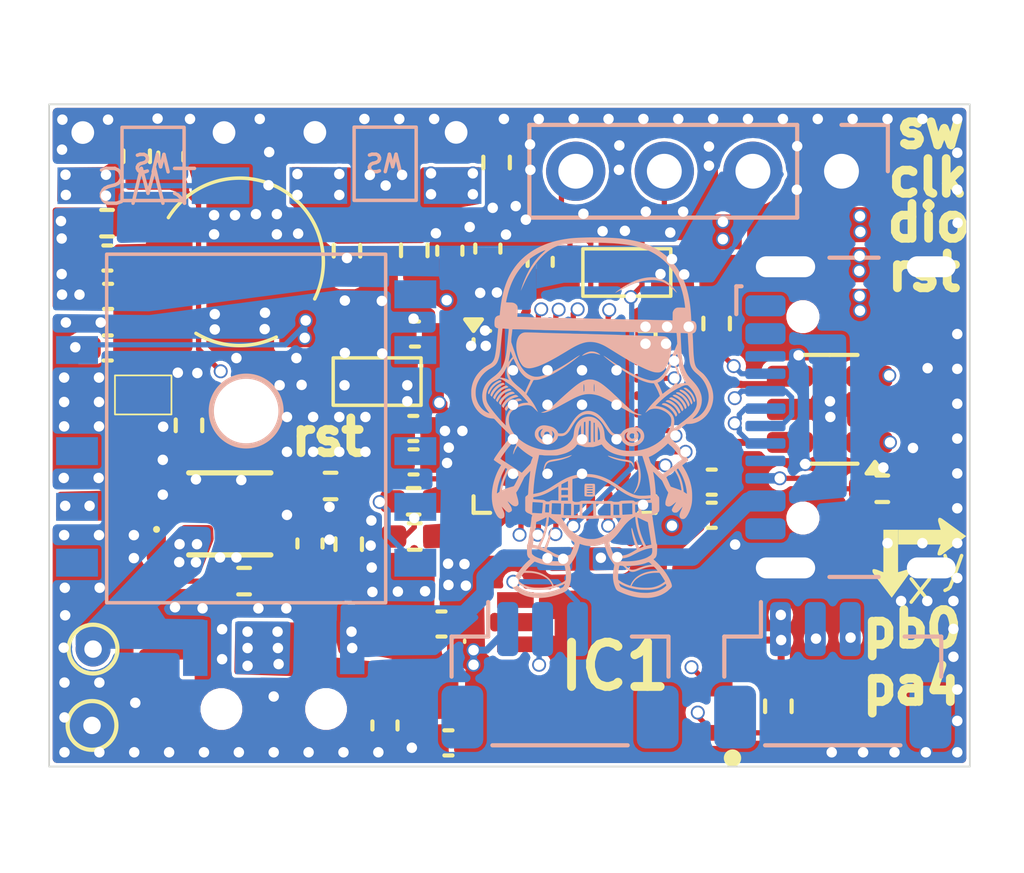
<source format=kicad_pcb>
(kicad_pcb (version 20240108) (generator "pcbnew") (generator_version "8.0")
  (layers (0 "F.Cu" signal) (1 "In1.Cu" signal) (2 "In2.Cu" signal) (31 "B.Cu" signal) (34 "B.Paste" user) (35 "F.Paste" user) (36 "B.SilkS" user "B.Silkscreen") (37 "F.SilkS" user "F.Silkscreen") (38 "B.Mask" user) (39 "F.Mask" user) (44 "Edge.Cuts" user))
  (net 0 "")
  (net 1 "Net-(C1-Pad2)")
  (net 2 "+3.3V")
  (net 3 "Net-(U1-NRST)")
  (net 4 "GNDGPS")
  (net 5 "Net-(BT1-+)")
  (net 6 "Net-(D1-K)")
  (net 7 "Net-(D1-A)")
  (net 8 "COMPASSCL")
  (net 9 "COMPASSDA")
  (net 10 "Net-(J1-CC2)")
  (net 11 "Net-(J1-CC1)")
  (net 12 "OLED_SCL")
  (net 13 "OLED_SDA")
  (net 16 "Net-(PA1010D1-TX)")
  (net 19 "Net-(PA1010D1-RX)")
  (net 21 "ALIMGPS")
  (net 22 "Net-(U2-PROG)")
  (net 23 "GPSRX")
  (net 24 "GPSTX")
  (net 25 "B2")
  (net 26 "B1")
  (net 27 "vusb")
  (net 28 "SWDIO")
  (net 29 "SWO")
  (net 30 "SWCLK")
  (net 31 "D+")
  (net 32 "OSC32_OUT")
  (net 33 "D-")
  (net 35 "SPI_CS")
  (net 36 "SPI_MISO")
  (net 37 "USART_RX")
  (net 38 "OSC32_IN")
  (net 40 "Net-(SW6-B)")
  (net 41 "GND")
  (net 42 "BAT+")
  (net 43 "SPI_SCK")
  (net 47 "Net-(R10-Pad1)")
  (net 48 "Net-(R11-Pad1)")
  (net 49 "Net-(J1-D--PadA7)")
  (net 50 "Net-(J1-D+-PadA6)")
  (net 51 "Net-(U1-PH3)")
  (net 52 "SPI_MOSi")
  (net 53 "USART_TX")
  (footprint "LDLN025PU33R:LDLN025PU33R" (layer "F.Cu") (at 192.075 80.535 -90)
    (property "Reference" "U3" (hide yes))
    (property "Value" "LDLN022PU33R" (hide yes))
  )
  (footprint "Capacitor_SMD:C_0402_1005Metric_Pad0.74x0.62mm_HandSolder" (layer "F.Cu") (at 190.98 82.87 -90)
    (property "Reference" "C14" (hide yes))
    (property "Value" "1u" (hide yes))
  )
  (footprint "Resistor_SMD:R_0402_1005Metric_Pad0.72x0.64mm_HandSolder" (layer "F.Cu") (at 189.42 76 180)
    (property "Reference" "R1" (hide yes))
    (property "Value" "20k" (hide yes))
  )
  (footprint "Package_DFN_QFN:QFN-32-1EP_5x5mm_P0.5mm_EP3.45x3.45mm" (layer "F.Cu") (at 196.13 74.16)
    (property "Reference" "U1" (hide yes))
    (property "Value" "STM32L432KCUx" (hide yes))
  )
  (footprint "TestPoint:TestPoint_THTPad_D1.0mm_Drill0.5mm" (layer "F.Cu") (at 182.61 80.68)
    (property "Reference" "TP5" (hide yes))
    (property "Value" "bat+" (hide yes))
  )
  (footprint "Capacitor_SMD:C_0402_1005Metric_Pad0.74x0.62mm_HandSolder" (layer "F.Cu") (at 200.35 75.89 180)
    (property "Reference" "C3" (hide yes))
    (property "Value" "100n" (hide yes))
  )
  (footprint "Capacitor_SMD:C_0402_1005Metric_Pad0.74x0.62mm_HandSolder" (layer "F.Cu") (at 192.8 83.37 180)
    (property "Reference" "C13" (hide yes))
    (property "Value" "100n" (hide yes))
  )
  (footprint "Resistor_SMD:R_0402_1005Metric_Pad0.72x0.64mm_HandSolder" (layer "F.Cu") (at 205.24 76.08)
    (property "Reference" "R4" (hide yes))
    (property "Value" "5.1k" (hide yes))
  )
  (footprint "Resistor_SMD:R_0402_1005Metric_Pad0.72x0.64mm_HandSolder" (layer "F.Cu") (at 194.18 66.72 90)
    (property "Reference" "R15" (hide yes))
    (property "Value" "10k" (hide yes))
  )
  (footprint "Resistor_SMD:R_0402_1005Metric_Pad0.72x0.64mm_HandSolder" (layer "F.Cu") (at 191.8325 77.45 180)
    (property "Reference" "R7" (hide yes))
    (property "Value" "470R" (hide yes))
  )
  (footprint "Capacitor_SMD:C_0402_1005Metric_Pad0.74x0.62mm_HandSolder" (layer "F.Cu") (at 192.6 79.96 180)
    (property "Reference" "C15" (hide yes))
    (property "Value" "1u" (hide yes))
  )
  (footprint "Package_TO_SOT_SMD:SOT-23-6" (layer "F.Cu") (at 203.73 73.8 180)
    (property "Reference" "U4" (hide yes))
    (property "Value" "USBLC6-2SC6" (hide yes))
  )
  (footprint "Resistor_SMD:R_0402_1005Metric_Pad0.72x0.64mm_HandSolder" (layer "F.Cu") (at 202.26 82.32 90)
    (property "Reference" "R8" (hide yes))
    (property "Value" "10k" (hide yes))
  )
  (footprint "LED_SMD:LED_0201_0603Metric_Pad0.64x0.40mm_HandSolder" (layer "F.Cu") (at 184.43 78.28 -90)
    (property "Reference" "D1" (hide yes))
    (property "Value" "~" (hide yes))
  )
  (footprint "Capacitor_SMD:C_0402_1005Metric_Pad0.74x0.62mm_HandSolder" (layer "F.Cu") (at 188.83 77.65 90)
    (property "Reference" "C1" (hide yes))
    (property "Value" "1u" (hide yes))
  )
  (footprint "Resistor_SMD:R_0402_1005Metric_Pad0.72x0.64mm_HandSolder" (layer "F.Cu") (at 191.8025 76.44)
    (property "Reference" "R6" (hide yes))
    (property "Value" "470R" (hide yes))
  )
  (footprint "Capacitor_SMD:C_0402_1005Metric_Pad0.74x0.62mm_HandSolder" (layer "F.Cu") (at 192.84 69.25 90)
    (property "Reference" "C16" (hide yes))
    (property "Value" "10n" (hide yes))
  )
  (footprint "KXT3:SW_KXT3" (layer "F.Cu") (at 196.015 70.605)
    (property "Reference" "SW7" (hide yes))
    (property "Value" "boot")
  )
  (footprint "Capacitor_SMD:C_0402_1005Metric_Pad0.74x0.62mm_HandSolder" (layer "F.Cu") (at 183.04 70.56)
    (property "Reference" "C9" (hide yes))
    (property "Value" "0.1u" (hide yes))
  )
  (footprint "Capacitor_SMD:C_0402_1005Metric_Pad0.74x0.62mm_HandSolder" (layer "F.Cu") (at 183.03 72.04)
    (property "Reference" "C10" (hide yes))
    (property "Value" "1u" (hide yes))
  )
  (footprint "Resistor_SMD:R_0402_1005Metric_Pad0.72x0.64mm_HandSolder" (layer "F.Cu") (at 200.49 71.34 90)
    (property "Reference" "R5" (hide yes))
    (property "Value" "5.1k" (hide yes))
  )
  (footprint "logo:fleche" (layer "F.Cu") (at 206.67 77.45)
    (property "Reference" "G***" (hide yes))
    (property "Value" "LOGO" (hide yes))
  )
  (footprint "LTC4065:DFN-6_DC_LIT" (layer "F.Cu") (at 186.53 76.8)
    (property "Reference" "U2" (hide yes))
    (property "Value" "LTC4065AEDC" (hide yes))
  )
  (footprint "Resistor_SMD:R_0402_1005Metric_Pad0.72x0.64mm_HandSolder" (layer "F.Cu") (at 183.01 68.46)
    (property "Reference" "R13" (hide yes))
    (property "Value" "10k" (hide yes))
  )
  (footprint "Resistor_SMD:R_0402_1005Metric_Pad0.72x0.64mm_HandSolder" (layer "F.Cu") (at 183.86 66.54 -90)
    (property "Reference" "R10" (hide yes))
    (property "Value" "10k" (hide yes))
  )
  (footprint "Resistor_SMD:R_0402_1005Metric_Pad0.72x0.64mm_HandSolder" (layer "F.Cu") (at 189.94 77.67 -90)
    (property "Reference" "R2" (hide yes))
    (property "Value" "1R" (hide yes))
  )
  (footprint "TestPoint:TestPoint_THTPad_D1.0mm_Drill0.5mm" (layer "F.Cu") (at 182.58 82.87)
    (property "Reference" "TP1" (hide yes))
    (property "Value" "bat-" (hide yes))
  )
  (footprint "Resistor_SMD:R_0402_1005Metric_Pad0.72x0.64mm_HandSolder" (layer "F.Cu") (at 186.94 78.73 180)
    (property "Reference" "R3" (hide yes))
    (property "Value" "510R" (hide yes))
  )
  (footprint "winbond:SON127P600X500X80-9N-D" (layer "F.Cu") (at 197.57 81.1775 180)
    (property "Reference" "IC1")
    (property "Value" "W25Q128JVPIQ_TR" (hide yes))
  )
  (footprint "MS421R-IV03E:MS421R-IV03E" (layer "F.Cu") (at 184.41 68.47 -90)
    (property "Reference" "BT1" (hide yes))
    (property "Value" "ML414S")
  )
  (footprint "Resistor_SMD:R_0402_1005Metric_Pad0.72x0.64mm_HandSolder" (layer "F.Cu") (at 191.82 69.24 -90)
    (property "Reference" "R11" (hide yes))
    (property "Value" "10k" (hide yes))
  )
  (footprint "Capacitor_SMD:C_0402_1005Metric_Pad0.74x0.62mm_HandSolder" (layer "F.Cu") (at 200.35 76.84 180)
    (property "Reference" "C4" (hide yes))
    (property "Value" "4.7u" (hide yes))
  )
  (footprint "Resistor_SMD:R_0402_1005Metric_Pad0.72x0.64mm_HandSolder" (layer "F.Cu") (at 185.36 74.26 -90)
    (property "Reference" "R14" (hide yes))
    (property "Value" "470k" (hide yes))
  )
  (footprint "Resistor_SMD:R_0402_1005Metric_Pad0.72x0.64mm_HandSolder" (layer "F.Cu") (at 189.89 69.25 90)
    (property "Reference" "R12" (hide yes))
    (property "Value" "10k" (hide yes))
  )
  (footprint "Capacitor_SMD:C_0402_1005Metric_Pad0.74x0.62mm_HandSolder" (layer "F.Cu") (at 191.7925 74.35)
    (property "Reference" "C2" (hide yes))
    (property "Value" "10n" (hide yes))
  )
  (footprint "Capacitor_SMD:C_0402_1005Metric_Pad0.74x0.62mm_HandSolder" (layer "F.Cu") (at 184.84 66.55 90)
    (property "Reference" "C17" (hide yes))
    (property "Value" "10n" (hide yes))
  )
  (footprint "Capacitor_SMD:C_0402_1005Metric_Pad0.74x0.62mm_HandSolder" (layer "F.Cu") (at 193.93 69.19 -90)
    (property "Reference" "C6" (hide yes))
    (property "Value" "100n" (hide yes))
  )
  (footprint "2N7002KQB:2N7002KQB" (layer "F.Cu") (at 184.7975 73.8875 90)
    (property "Reference" "Q1" (hide yes))
    (property "Value" "2N7002K" (hide yes))
  )
  (footprint "Capacitor_SMD:C_0402_1005Metric_Pad0.74x0.62mm_HandSolder" (layer "F.Cu") (at 191.8 75.31)
    (property "Reference" "C5" (hide yes))
    (property "Value" "1u" (hide yes))
  )
  (footprint "Capacitor_SMD:C_0402_1005Metric_Pad0.74x0.62mm_HandSolder" (layer "F.Cu") (at 191.84 71.64)
    (property "Reference" "C7" (hide yes))
    (property "Value" "0.1u" (hide yes))
  )
  (footprint "KXT3:SW_KXT3" (layer "F.Cu") (at 188.855 73.735)
    (property "Reference" "SW5" (hide yes))
    (property "Value" "RSTBTN")
  )
  (footprint "Capacitor_SMD:C_0402_1005Metric_Pad0.74x0.62mm_HandSolder" (layer "F.Cu") (at 183.02 69.46)
    (property "Reference" "C8" (hide yes))
    (property "Value" "1u" (hide yes))
  )
  (footprint "Capacitor_SMD:C_0402_1005Metric_Pad0.74x0.62mm_HandSolder" (layer "F.Cu") (at 195.43 69.57 -90)
    (property "Reference" "C18" (hide yes))
    (property "Value" "10n" (hide yes))
  )
  (footprint "logo:fleche" (layer "F.Cu") (at 205.5 78.23 -90)
    (property "Reference" "G***" (hide yes))
    (property "Value" "LOGO" (hide yes))
  )
  (footprint "Connector_PinSocket_2.54mm:PinSocket_1x04_P2.54mm_Vertical" (layer "B.Cu") (at 204.07 66.97 90)
    (property "Reference" "J2" (hide yes))
    (property "Value" "OLED" (hide yes))
  )
  (footprint "PTS840:SW_PTS840" (layer "B.Cu") (at 188.245 65.405)
    (property "Reference" "SW1")
    (property "Value" "Boutton 1")
  )
  (footprint "PA1010D:PA1010D" (layer "B.Cu") (at 192 79.35 180)
    (property "Reference" "PA1010D1" (hide yes))
    (property "Value" "PA1010D" (hide yes))
  )
  (footprint "PCM:SW_PCM" (layer "B.Cu") (at 191.94 83.765 180)
    (property "Reference" "SW6" (hide yes))
    (property "Value" "Int" (hide yes))
  )
  (footprint "PTS840:SW_PTS840" (layer "B.Cu") (at 181.59 65.41)
    (property "Reference" "SW2" (hide yes))
    (property "Value" "Boutton 2" (hide yes))
  )
  (footprint "logopcb:trooperv2" (layer "B.Cu") (at 200.956845 73.704293 180)
    (property "Reference" "G***" (hide yes))
    (property "Value" "LOGO" (hide yes))
  )
  (footprint "USBC-WURTH:USBC-WURTH" (layer "B.Cu") (at 205.57 74.03 -90)
    (property "Reference" "J1" (hide yes))
    (property "Value" "USB_C_Receptacle_USB2.0_14P" (hide yes))
  )
  (footprint "Connector_JST:JST_SH_BM04B-SRSS-TB_1x04-1MP_P1.00mm_Vertical" (layer "B.Cu") (at 196 81.43)
    (property "Reference" "J4" (hide yes))
    (property "Value" "usart")
  )
  (footprint "Connector_JST:JST_SH_BM04B-SRSS-TB_1x04-1MP_P1.00mm_Vertical" (layer "B.Cu") (at 203.82 81.43)
    (property "Reference" "J3" (hide yes))
    (property "Value" "i2c")
  )
  (gr_rect (start 181.35 65.05) (end 207.75 84.05) (stroke (width 0.05)) (fill none) (layer "Edge.Cuts"))
  (gr_text "+" (at 183.52 81.6 0) (layer "F.Cu") (effects (font (size 1.5 1.5) (thickness 0.3) (bold yes)) (justify left bottom)))
  (gr_text "-" (at 183.57 83.79 0) (layer "F.Cu") (effects (font (size 1.5 1.5) (thickness 0.3) (bold yes)) (justify left bottom)))
  (gr_text "pa4" (at 204.55 82.32 0) (layer "F.SilkS") (effects (font (size 1 1) (thickness 0.25) (bold yes)) (justify left bottom)))
  (gr_text "sw" (at 205.52 66.35 0) (layer "F.SilkS") (effects (font (size 1 1) (thickness 0.25) (bold yes)) (justify left bottom)))
  (gr_text "pb0" (at 204.55 80.68 0) (layer "F.SilkS") (effects (font (size 1 1) (thickness 0.25) (bold yes)) (justify left bottom)))
  (gr_text "x" (at 205.86 79.46 0) (layer "F.SilkS") (effects (font (size 1 1) (thickness 0.1)) (justify left bottom)))
  (gr_text "y" (at 206.83 78.79 0) (layer "F.SilkS") (effects (font (size 1 1) (thickness 0.1)) (justify left bottom)))
  (gr_text "rst" (at 188.17 75.18 0) (layer "F.SilkS") (effects (font (size 1 1) (thickness 0.25) (bold yes)) (justify left bottom)))
  (gr_text "dio" (at 205.26 69.03 0) (layer "F.SilkS") (effects (font (size 1 1) (thickness 0.25) (bold yes)) (justify left bottom)))
  (gr_text "rst" (at 205.27 70.45 0) (layer "F.SilkS") (effects (font (size 1 1) (thickness 0.25) (bold yes)) (justify left bottom)))
  (gr_text "clk\n" (at 205.29 67.74 0) (layer "F.SilkS") (effects (font (size 1 1) (thickness 0.25) (bold yes)) (justify left bottom)))
  (segment (start 189.94 77.0725) (end 188.84 77.0725) (width 0.15) (layer "F.Cu") (net 1))
  (segment (start 188.84 77.0725) (end 188.83 77.0825) (width 0.15) (layer "F.Cu") (net 1))
  (segment (start 202.34 81.6425) (end 202.26 81.7225) (width 0.2) (layer "F.Cu") (net 2))
  (segment (start 202.34 80.42) (end 200.5425 80.42) (width 0.2) (layer "F.Cu") (net 2))
  (segment (start 202.34 80.42) (end 202.34 81.6425) (width 0.2) (layer "F.Cu") (net 2))
  (segment (start 200.5425 80.42) (end 200.42 80.5425) (width 0.2) (layer "F.Cu") (net 2))
  (segment (start 189.89 69.46) (end 189.89 69.8475) (width 0.2) (layer "F.Cu") (net 2))
  (via (at 193.85 71.54) (size 0.4) (drill 0.3) (layers "F.Cu" "B.Cu") (net 2))
  (via (at 193.87 71.98) (size 0.4) (drill 0.3) (layers "F.Cu" "B.Cu") (net 2))
  (via (at 202.34 80.42) (size 0.4) (drill 0.3) (layers "F.Cu" "B.Cu") (net 2))
  (via (at 199.56 69.93) (size 0.4) (drill 0.3) (layers "F.Cu" "B.Cu") (net 2))
  (via (at 193.2 74.42) (size 0.4) (drill 0.3) (layers "F.Cu" "B.Cu") (net 2))
  (via (at 199.21 77.14) (size 0.4) (drill 0.3) (layers "F.Cu" "B.Cu") (net 2))
  (via (at 181.69 68.4) (size 0.4) (drill 0.3) (layers "F.Cu" "B.Cu") (net 2))
  (via (at 202.33 79.7) (size 0.4) (drill 0.3) (layers "F.Cu" "B.Cu") (net 2))
  (via (at 192.79 78.23) (size 0.4) (drill 0.3) (layers "F.Cu" "B.Cu") (net 2))
  (via (at 198.88 69.92) (size 0.4) (drill 0.3) (layers "F.Cu" "B.Cu") (net 2))
  (via (at 189.89 69.46) (size 0.4) (drill 0.3) (layers "F.Cu" "B.Cu") (net 2))
  (via (at 192.7 74.42) (size 0.4) (drill 0.3) (layers "F.Cu" "B.Cu") (net 2))
  (via (at 199.21 69.49) (size 0.4) (drill 0.3) (layers "F.Cu" "B.Cu") (net 2))
  (via (at 182.22 70.51) (size 0.4) (drill 0.3) (layers "F.Cu" "B.Cu") (net 2))
  (via (at 181.72 70.51) (size 0.4) (drill 0.3) (layers "F.Cu" "B.Cu") (net 2))
  (via (at 192.81 74.9) (size 0.4) (drill 0.3) (layers "F.Cu" "B.Cu") (net 2))
  (via (at 192.8 78.84) (size 0.4) (drill 0.3) (layers "F.Cu" "B.Cu") (net 2))
  (via (at 193.52 81.13) (size 0.4) (drill 0.3) (layers "F.Cu" "B.Cu") (net 2))
  (via (at 193.3 78.86) (size 0.4) (drill 0.3) (layers "F.Cu" "B.Cu") (net 2))
  (via (at 181.71 69.92) (size 0.4) (drill 0.3) (layers "F.Cu" "B.Cu") (net 2))
  (via (at 181.71 68.9) (size 0.4) (drill 0.3) (layers "F.Cu" "B.Cu") (net 2))
  (via (at 193.52 80.71) (size 0.4) (drill 0.3) (layers "F.Cu" "B.Cu") (net 2))
  (via (at 193.45 71.98) (size 0.4) (drill 0.3) (layers "F.Cu" "B.Cu") (net 2))
  (via (at 194.19 70.45) (size 0.4) (drill 0.3) (layers "F.Cu" "B.Cu") (net 2))
  (via (at 192.76 75.34) (size 0.4) (drill 0.3) (layers "F.Cu" "B.Cu") (net 2))
  (via (at 193.26 78.24) (size 0.4) (drill 0.3) (layers "F.Cu" "B.Cu") (net 2))
  (via (at 193.71 70.46) (size 0.4) (drill 0.3) (layers "F.Cu" "B.Cu") (net 2))
  (segment (start 193.52 80.71) (end 193.895 80.71) (width 0.2) (layer "B.Cu") (net 2))
  (segment (start 193.895 80.71) (end 194.5 80.105) (width 0.2) (layer "B.Cu") (net 2))
  (segment (start 193.52 81.13) (end 193.52 80.71) (width 0.2) (layer "B.Cu") (net 2))
  (segment (start 192.53 73.61) (end 192.38 73.46) (width 0.15) (layer "F.Cu") (net 3))
  (segment (start 192.38 72.985) (end 192.38 73.51) (width 0.15) (layer "F.Cu") (net 3))
  (segment (start 192.54 73.61) (end 192.53 73.61) (width 0.15) (layer "F.Cu") (net 3))
  (segment (start 192.38 73.46) (end 192.38 72.985) (width 0.15) (layer "F.Cu") (net 3))
  (segment (start 192.83 73.91) (end 193.6925 73.91) (width 0.15) (layer "F.Cu") (net 3))
  (segment (start 192.54 73.62) (end 192.83 73.91) (width 0.15) (layer "F.Cu") (net 3))
  (segment (start 192.54 73.61) (end 192.54 73.62) (width 0.15) (layer "F.Cu") (net 3))
  (via (at 200.67 68.920001) (size 0.4) (drill 0.3) (layers "F.Cu" "B.Cu") (net 3))
  (via (at 200.67 68.419998) (size 0.4) (drill 0.3) (layers "F.Cu" "B.Cu") (net 3))
  (via (at 192.54 73.61) (size 0.4) (drill 0.3) (layers "F.Cu" "B.Cu") (net 3))
  (via (at 182.51 76.57) (size 0.4) (drill 0.3) (layers "F.Cu" "B.Cu") (net 4))
  (via (at 181.81 76.57) (size 0.4) (drill 0.3) (layers "F.Cu" "B.Cu") (net 4))
  (segment (start 182.12 72.04) (end 182.1 72.02) (width 0.15) (layer "F.Cu") (net 5))
  (segment (start 182.4625 72.04) (end 182.12 72.04) (width 0.15) (layer "F.Cu") (net 5))
  (via (at 182.1 72.02) (size 0.4) (drill 0.3) (layers "F.Cu" "B.Cu") (net 5))
  (via (at 188.70628 71.250688) (size 0.4) (drill 0.3) (layers "F.Cu" "B.Cu") (net 5))
  (via (at 188.68 71.75) (size 0.4) (drill 0.3) (layers "F.Cu" "B.Cu") (net 5))
  (segment (start 182.52 72.1) (end 182.21 72.03) (width 0.15) (layer "B.Cu") (net 5))
  (segment (start 182.21 72.03) (end 182.1 72.02) (width 0.15) (layer "B.Cu") (net 5))
  (segment (start 182.67 71.95) (end 182.59 72.03) (width 0.15) (layer "B.Cu") (net 5))
  (segment (start 188.68 71.75) (end 188.68 71.39) (width 0.15) (layer "B.Cu") (net 5))
  (segment (start 188.7 71.37) (end 188.12 71.95) (width 0.15) (layer "B.Cu") (net 5))
  (segment (start 182.59 72.03) (end 182.52 72.1) (width 0.15) (layer "B.Cu") (net 5))
  (segment (start 188.68 71.276968) (end 188.68 71.75) (width 0.15) (layer "B.Cu") (net 5))
  (segment (start 188.68 71.39) (end 188.7 71.37) (width 0.15) (layer "B.Cu") (net 5))
  (segment (start 188.70628 71.250688) (end 188.70628 71.36372) (width 0.15) (layer "B.Cu") (net 5))
  (segment (start 188.70628 71.250688) (end 188.68 71.276968) (width 0.15) (layer "B.Cu") (net 5))
  (segment (start 188.70628 71.36372) (end 188.7 71.37) (width 0.15) (layer "B.Cu") (net 5))
  (segment (start 188.12 71.95) (end 182.67 71.95) (width 0.15) (layer "B.Cu") (net 5))
  (segment (start 182.1 72.02) (end 182.15 72.1) (width 0.15) (layer "B.Cu") (net 5))
  (segment (start 184.4725 78.73) (end 184.43 78.6875) (width 0.15) (layer "F.Cu") (net 7))
  (segment (start 186.3425 78.73) (end 184.4725 78.73) (width 0.15) (layer "F.Cu") (net 7))
  (segment (start 198.5675 74.91) (end 199.05 74.91) (width 0.15) (layer "F.Cu") (net 8))
  (segment (start 199.05 74.91) (end 199.16 75.02) (width 0.15) (layer "F.Cu") (net 8))
  (segment (start 199.16 75.02) (end 199.6 75.02) (width 0.15) (layer "F.Cu") (net 8))
  (via (at 199.6 75.02) (size 0.4) (drill 0.3) (layers "F.Cu" "B.Cu") (net 8))
  (via (at 203.34 80.38) (size 0.4) (drill 0.3) (layers "F.Cu" "B.Cu") (net 8))
  (segment (start 198.5675 74.41) (end 199.165 74.41) (width 0.15) (layer "F.Cu") (net 9))
  (segment (start 199.165 74.41) (end 199.31 74.555) (width 0.15) (layer "F.Cu") (net 9))
  (via (at 199.31 74.555) (size 0.4) (drill 0.3) (layers "F.Cu" "B.Cu") (net 9))
  (via (at 204.33 80.35) (size 0.4) (drill 0.3) (layers "F.Cu" "B.Cu") (net 9))
  (segment (start 203.1375 75.78) (end 202.3 75.78) (width 0.15) (layer "F.Cu") (net 10))
  (segment (start 203.4375 76.08) (end 203.1375 75.78) (width 0.15) (layer "F.Cu") (net 10))
  (segment (start 204.6425 76.08) (end 203.4375 76.08) (width 0.15) (layer "F.Cu") (net 10))
  (via (at 202.3 75.78) (size 0.4) (drill 0.3) (layers "F.Cu" "B.Cu") (net 10))
  (segment (start 200.49 71.9375) (end 200.49 72.07) (width 0.15) (layer "F.Cu") (net 11))
  (segment (start 200.49 72.07) (end 200.98 72.56) (width 0.15) (layer "F.Cu") (net 11))
  (via (at 200.98 72.56) (size 0.4) (drill 0.3) (layers "F.Cu" "B.Cu") (net 11))
  (segment (start 201.89 72.78) (end 201.2 72.78) (width 0.15) (layer "B.Cu") (net 11))
  (segment (start 201.2 72.78) (end 200.98 72.56) (width 0.15) (layer "B.Cu") (net 11))
  (segment (start 198.99 68.26) (end 198.99 66.97) (width 0.15) (layer "F.Cu") (net 12))
  (segment (start 198.03 70.58) (end 198.35 70.26) (width 0.15) (layer "F.Cu") (net 12))
  (segment (start 198.35 70.26) (end 198.35 68.9) (width 0.15) (layer "F.Cu") (net 12))
  (segment (start 196.38 77.15) (end 196.38 76.5975) (width 0.15) (layer "F.Cu") (net 12))
  (segment (start 198.35 68.9) (end 198.99 68.26) (width 0.15) (layer "F.Cu") (net 12))
  (via (at 196.38 77.15) (size 0.4) (drill 0.3) (layers "F.Cu" "B.Cu") (net 12))
  (via (at 198.03 70.58) (size 0.4) (drill 0.3) (layers "F.Cu" "B.Cu") (net 12))
  (segment (start 198.055 70.605) (end 198.055 75.475) (width 0.15) (layer "B.Cu") (net 12))
  (segment (start 198.055 75.475) (end 196.38 77.15) (width 0.15) (layer "B.Cu") (net 12))
  (segment (start 198.03 70.58) (end 198.055 70.605) (width 0.15) (layer "B.Cu") (net 12))
  (segment (start 196.88 69.04) (end 196.73 68.89) (width 0.15) (layer "F.Cu") (net 13))
  (segment (start 196.04 68.236446) (end 196.04 67.38) (width 0.15) (layer "F.Cu") (net 13))
  (segment (start 196.04 67.38) (end 196.45 66.97) (width 0.15) (layer "F.Cu") (net 13))
  (segment (start 196.693554 68.89) (end 196.04 68.236446) (width 0.15) (layer "F.Cu") (net 13))
  (segment (start 196.73 68.89) (end 196.693554 68.89) (width 0.15) (layer "F.Cu") (net 13))
  (segment (start 196.88 71.7225) (end 196.88 69.04) (width 0.15) (layer "F.Cu") (net 13))
  (segment (start 191.82 77.18) (end 191.55 77.45) (width 0.15) (layer "F.Cu") (net 16))
  (segment (start 191.55 77.45) (end 191.235 77.45) (width 0.15) (layer "F.Cu") (net 16))
  (segment (start 191.82 76.92) (end 191.82 77.18) (width 0.15) (layer "F.Cu") (net 16))
  (via (at 191.82 76.92) (size 0.4) (drill 0.3) (layers "F.Cu" "B.Cu") (net 16))
  (via (at 190.83 76.46) (size 0.4) (drill 0.3) (layers "F.Cu" "B.Cu") (net 19))
  (segment (start 191.07 77.42) (end 191.85 78.2) (width 0.15) (layer "B.Cu") (net 19))
  (segment (start 191.54 78.2) (end 191.34 78.2) (width 0.15) (layer "B.Cu") (net 19))
  (segment (start 191.07 76.7) (end 191.07 77.42) (width 0.15) (layer "B.Cu") (net 19))
  (segment (start 190.83 76.46) (end 191.07 76.7) (width 0.15) (layer "B.Cu") (net 19))
  (segment (start 190.574014 75.49) (end 187.1875 75.49) (width 0.15) (layer "F.Cu") (net 21))
  (segment (start 193.6925 75.41) (end 193.417392 75.41) (width 0.15) (layer "F.Cu") (net 21))
  (segment (start 185.31 73.7125) (end 185.36 73.6625) (width 0.15) (layer "F.Cu") (net 21))
  (segment (start 193.417392 75.41) (end 193.032392 75.795) (width 0.15) (layer "F.Cu") (net 21))
  (segment (start 184.5475 73.7125) (end 185.31 73.7125) (width 0.15) (layer "F.Cu") (net 21))
  (segment (start 190.879014 75.795) (end 190.574014 75.49) (width 0.15) (layer "F.Cu") (net 21))
  (segment (start 193.032392 75.795) (end 190.879014 75.795) (width 0.15) (layer "F.Cu") (net 21))
  (segment (start 187.1875 75.49) (end 185.36 73.6625) (width 0.15) (layer "F.Cu") (net 21))
  (segment (start 185.635 72.075) (end 185.635 67.9125) (width 0.15) (layer "F.Cu") (net 25))
  (segment (start 185.635 67.9125) (end 184.84 67.1175) (width 0.15) (layer "F.Cu") (net 25))
  (segment (start 186.27 72.71) (end 185.635 72.075) (width 0.15) (layer "F.Cu") (net 25))
  (via (at 197.38 77.14) (size 0.4) (drill 0.3) (layers "F.Cu" "B.Cu") (net 25))
  (via (at 186.27 72.71) (size 0.4) (drill 0.3) (layers "F.Cu" "B.Cu") (net 25))
  (via (at 199.02 75.41) (size 0.4) (drill 0.3) (layers "F.Cu" "B.Cu") (net 26))
  (via (at 192.75 70.67) (size 0.4) (drill 0.3) (layers "F.Cu" "B.Cu") (net 26))
  (via (at 197.17 78.06) (size 0.4) (drill 0.3) (layers "F.Cu" "B.Cu") (net 27))
  (via (at 197.64 78.04) (size 0.4) (drill 0.3) (layers "F.Cu" "B.Cu") (net 27))
  (via (at 190.04 80.65) (size 0.4) (drill 0.3) (layers "F.Cu" "B.Cu") (net 27))
  (via (at 190.02 80.18) (size 0.4) (drill 0.3) (layers "F.Cu" "B.Cu") (net 27))
  (via (at 203.74 73.57) (size 0.4) (drill 0.3) (layers "F.Cu" "B.Cu") (net 27))
  (via (at 203.75 74.02) (size 0.4) (drill 0.3) (layers "F.Cu" "B.Cu") (net 27))
  (via (at 196.09 78.09) (size 0.4) (drill 0.3) (layers "F.Cu" "B.Cu") (net 27))
  (via (at 195.64 78.07) (size 0.4) (drill 0.3) (layers "F.Cu" "B.Cu") (net 27))
  (segment (start 193.85 78.62) (end 193.85 79.087818) (width 0.5) (layer "B.Cu") (net 27))
  (segment (start 195.64 78.07) (end 194.4 78.07) (width 0.5) (layer "B.Cu") (net 27))
  (segment (start 193.237818 79.7) (end 192.52 79.7) (width 0.5) (layer "B.Cu") (net 27))
  (segment (start 194.4 78.07) (end 193.85 78.62) (width 0.5) (layer "B.Cu") (net 27))
  (segment (start 197.64 78.04) (end 199.793738 78.04) (width 0.5) (layer "B.Cu") (net 27))
  (segment (start 199.793738 78.04) (end 201.403738 76.43) (width 0.5) (layer "B.Cu") (net 27))
  (segment (start 201.403738 76.43) (end 201.89 76.43) (width 0.5) (layer "B.Cu") (net 27))
  (segment (start 193.85 79.087818) (end 193.237818 79.7) (width 0.5) (layer "B.Cu") (net 27))
  (segment (start 198.5675 72.91) (end 199.28 72.91) (width 0.15) (layer "F.Cu") (net 28))
  (via (at 199.28 72.91) (size 0.4) (drill 0.3) (layers "F.Cu" "B.Cu") (net 28))
  (via (at 204.6 70.97) (size 0.4) (drill 0.3) (layers "F.Cu" "B.Cu") (net 28))
  (via (at 204.59 70.55) (size 0.4) (drill 0.3) (layers "F.Cu" "B.Cu") (net 28))
  (segment (start 197.41 71.11) (end 197.38 71.14) (width 0.15) (layer "F.Cu") (net 29))
  (segment (start 197.38 71.14) (end 197.38 71.7225) (width 0.15) (layer "F.Cu") (net 29))
  (segment (start 197.41 70.95) (end 197.41 71.11) (width 0.15) (layer "F.Cu") (net 29))
  (via (at 204.61 68.71) (size 0.4) (drill 0.3) (layers "F.Cu" "B.Cu") (net 29))
  (via (at 197.41 70.95) (size 0.4) (drill 0.3) (layers "F.Cu" "B.Cu") (net 29))
  (via (at 204.6 68.26) (size 0.4) (drill 0.3) (layers "F.Cu" "B.Cu") (net 29))
  (segment (start 198.5675 72.41) (end 199.27 72.41) (width 0.15) (layer "F.Cu") (net 30))
  (via (at 204.58 69.83) (size 0.4) (drill 0.3) (layers "F.Cu" "B.Cu") (net 30))
  (via (at 204.59 69.4) (size 0.4) (drill 0.3) (layers "F.Cu" "B.Cu") (net 30))
  (via (at 199.27 72.41) (size 0.4) (drill 0.3) (layers "F.Cu" "B.Cu") (net 30))
  (segment (start 201.185686 73.09) (end 202.3525 73.09) (width 0.2) (layer "F.Cu") (net 31))
  (segment (start 198.5675 73.41) (end 200.52 73.41) (width 0.2) (layer "F.Cu") (net 31))
  (segment (start 200.52 73.41) (end 200.61 73.32) (width 0.2) (layer "F.Cu") (net 31))
  (segment (start 200.844314 73.08) (end 201.175686 73.08) (width 0.2) (layer "F.Cu") (net 31))
  (segment (start 200.61 73.314314) (end 200.844314 73.08) (width 0.2) (layer "F.Cu") (net 31))
  (segment (start 200.61 73.32) (end 200.61 73.314314) (width 0.2) (layer "F.Cu") (net 31))
  (segment (start 201.175686 73.08) (end 201.185686 73.09) (width 0.2) (layer "F.Cu") (net 31))
  (segment (start 202.3525 73.09) (end 202.5925 72.85) (width 0.2) (layer "F.Cu") (net 31))
  (segment (start 199.230686 73.91) (end 198.5675 73.91) (width 0.2) (layer "F.Cu") (net 33))
  (segment (start 200.070686 74.75) (end 199.230686 73.91) (width 0.2) (layer "F.Cu") (net 33))
  (segment (start 202.5925 74.75) (end 200.070686 74.75) (width 0.2) (layer "F.Cu") (net 33))
  (segment (start 199.95 82.6125) (end 200.42 83.0825) (width 0.15) (layer "F.Cu") (net 35))
  (segment (start 194.88 77.36) (end 194.84 77.4) (width 0.15) (layer "F.Cu") (net 35))
  (segment (start 202.095 83.0825) (end 202.26 82.9175) (width 0.15) (layer "F.Cu") (net 35))
  (segment (start 199.95 82.5) (end 199.95 82.6125) (width 0.15) (layer "F.Cu") (net 35))
  (segment (start 200.42 83.0825) (end 202.095 83.0825) (width 0.15) (layer "F.Cu") (net 35))
  (segment (start 194.88 76.5975) (end 194.88 77.36) (width 0.15) (layer "F.Cu") (net 35))
  (via (at 199.95 82.5) (size 0.4) (drill 0.3) (layers "F.Cu" "B.Cu") (net 35))
  (via (at 194.84 77.4) (size 0.4) (drill 0.3) (layers "F.Cu" "B.Cu") (net 35))
  (segment (start 200.42 81.8125) (end 200.3825 81.8125) (width 0.15) (layer "F.Cu") (net 36))
  (segment (start 200.3825 81.8125) (end 199.77 81.2) (width 0.15) (layer "F.Cu") (net 36))
  (segment (start 195.88 77.37) (end 195.87 77.38) (width 0.15) (layer "F.Cu") (net 36))
  (segment (start 195.88 76.5975) (end 195.88 77.37) (width 0.15) (layer "F.Cu") (net 36))
  (via (at 199.77 81.2) (size 0.4) (drill 0.3) (layers "F.Cu" "B.Cu") (net 36))
  (via (at 195.87 77.38) (size 0.4) (drill 0.3) (layers "F.Cu" "B.Cu") (net 36))
  (segment (start 195.46 70.93) (end 195.38 71.01) (width 0.15) (layer "F.Cu") (net 37))
  (segment (start 195.38 71.01) (end 195.38 71.7225) (width 0.15) (layer "F.Cu") (net 37))
  (via (at 195.46 70.93) (size 0.4) (drill 0.3) (layers "F.Cu" "B.Cu") (net 37))
  (via (at 195.4 81.13) (size 0.4) (drill 0.3) (layers "F.Cu" "B.Cu") (net 37))
  (segment (start 195.4 81.13) (end 195.4 80.205) (width 0.15) (layer "B.Cu") (net 37))
  (segment (start 195.4 80.205) (end 195.5 80.105) (width 0.15) (layer "B.Cu") (net 37))
  (via (at 187.04 80.18) (size 0.4) (drill 0.3) (layers "F.Cu" "B.Cu") (net 40))
  (via (at 187.9 80.18) (size 0.4) (drill 0.3) (layers "F.Cu" "B.Cu") (net 40))
  (via (at 187.04 80.65) (size 0.4) (drill 0.3) (layers "F.Cu" "B.Cu") (net 40))
  (via (at 187.04 81.16) (size 0.4) (drill 0.3) (layers "F.Cu" "B.Cu") (net 40))
  (via (at 187.93 81.11) (size 0.4) (drill 0.3) (layers "F.Cu" "B.Cu") (net 40))
  (via (at 187.91 80.65) (size 0.4) (drill 0.3) (layers "F.Cu" "B.Cu") (net 40))
  (segment (start 184.6475 72.9625) (end 184.5475 73.0625) (width 0.15) (layer "F.Cu") (net 41))
  (via (at 207.28 80.9) (size 0.4) (drill 0.3) (layers "F.Cu" "B.Cu") (net 41))
  (via (at 181.79 82.64) (size 0.4) (drill 0.3) (layers "F.Cu" "B.Cu") (net 41))
  (via (at 197.69 66.93) (size 0.4) (drill 0.3) (layers "F.Cu" "B.Cu") (net 41))
  (via (at 189.67 74.02) (size 0.4) (drill 0.3) (layers "F.Cu" "B.Cu") (net 41))
  (via (at 186.72 78.05) (size 0.4) (drill 0.3) (layers "F.Cu" "B.Cu") (net 41))
  (via (at 189.67 75.02) (size 0.4) (drill 0.3) (layers "F.Cu" "B.Cu") (net 41))
  (via (at 181.81 79.71) (size 0.4) (drill 0.3) (layers "F.Cu" "B.Cu") (net 41))
  (via (at 188.59 73.1) (size 0.4) (drill 0.3) (layers "F.Cu" "B.Cu") (net 41))
  (via (at 200.27 66.26) (size 0.4) (drill 0.3) (layers "F.Cu" "B.Cu") (net 41))
  (via (at 201.39 65.47) (size 0.4) (drill 0.3) (layers "F.Cu" "B.Cu") (net 41))
  (via (at 192.13 79.02) (size 0.4) (drill 0.3) (layers "F.Cu" "B.Cu") (net 41))
  (via (at 186.31 80.11) (size 0.4) (drill 0.3) (layers "F.Cu" "B.Cu") (net 41))
  (via (at 189.79 83.64) (size 0.4) (drill 0.3) (layers "F.Cu" "B.Cu") (net 41))
  (via (at 184.61 76.25) (size 0.4) (drill 0.3) (layers "F.Cu" "B.Cu") (net 41))
  (via (at 195.64 73.67) (size 0.4) (drill 0.3) (layers "F.Cu" "B.Cu") (net 41))
  (via (at 182.8 78.92) (size 0.4) (drill 0.3) (layers "F.Cu" "B.Cu") (net 41))
  (via (at 194.07 68.02) (size 0.4) (drill 0.3) (layers "F.Cu" "B.Cu") (net 41))
  (via (at 207.39 78.64) (size 0.4) (drill 0.3) (layers "F.Cu" "B.Cu") (net 41))
  (via (at 181.77 75.77) (size 0.4) (drill 0.3) (layers "F.Cu" "B.Cu") (net 41))
  (via (at 182.78 72.89) (size 0.4) (drill 0.3) (layers "F.Cu" "B.Cu") (net 41))
  (via (at 197.39 65.47) (size 0.4) (drill 0.3) (layers "F.Cu" "B.Cu") (net 41))
  (via (at 181.78 74.29) (size 0.4) (drill 0.3) (layers "F.Cu" "B.Cu") (net 41))
  (via (at 181.79 81.64) (size 0.4) (drill 0.3) (layers "F.Cu" "B.Cu") (net 41))
  (via (at 207.39 83.64) (size 0.4) (drill 0.3) (layers "F.Cu" "B.Cu") (net 41))
  (via (at 207.28 79.3) (size 0.4) (drill 0.3) (layers "F.Cu" "B.Cu") (net 41))
  (via (at 191.62 73.57) (size 0.4) (drill 0.3) (layers "F.Cu" "B.Cu") (net 41))
  (via (at 194.65 75.65) (size 0.4) (drill 0.3) (layers "F.Cu" "B.Cu") (net 41))
  (via (at 189.39 77.54) (size 0.4) (drill 0.3) (layers "F.Cu" "B.Cu") (net 41))
  (via (at 186.31 80.97) (size 0.4) (drill 0.3) (layers "F.Cu" "B.Cu") (net 41))
  (via (at 197.62 73.67) (size 0.4) (drill 0.3) (layers "F.Cu" "B.Cu") (net 41))
  (via (at 181.72 66.35) (size 0.4) (drill 0.3) (layers "F.Cu" "B.Cu") (net 41))
  (via (at 207.39 67.5) (size 0.4) (drill 0.3) (layers "F.Cu" "B.Cu") (net 41))
  (via (at 185.6 72.76) (size 0.4) (drill 0.3) (layers "F.Cu" "B.Cu") (net 41))
  (via (at 184.79 83.64) (size 0.4) (drill 0.3) (layers "F.Cu" "B.Cu") (net 41))
  (via (at 198.45 71.92) (size 0.4) (drill 0.3) (layers "F.Cu" "B.Cu") (net 41))
  (via (at 183.79 83.64) (size 0.4) (drill 0.3) (layers "F.Cu" "B.Cu") (net 41))
  (via (at 190.39 65.47) (size 0.4) (drill 0.3) (layers "F.Cu" "B.Cu") (net 41))
  (via (at 195.64 74.66) (size 0.4) (drill 0.3) (layers "F.Cu" "B.Cu") (net 41))
  (via (at 184.62 74.3) (size 0.4) (drill 0.3) (layers "F.Cu" "B.Cu") (net 41))
  (via (at 188.49 68.76) (size 0.4) (drill 0.3) (layers "F.Cu" "B.Cu") (net 41))
  (via (at 205.39 77.64) (size 0.4) (drill 0.3) (layers "F.Cu" "B.Cu") (net 41))
  (via (at 207.39 66.44) (size 0.4) (drill 0.3) (layers "F.Cu" "B.Cu") (net 41))
  (via (at 203.03 75.37) (size 0.4) (drill 0.3) (layers "F.Cu" "B.Cu") (net 41))
  (via (at 198.45 71.43) (size 0.4) (drill 0.3) (layers "F.Cu" "B.Cu") (net 41))
  (via (at 186.79 83.64) (size 0.4) (drill 0.3) (layers "F.Cu" "B.Cu") (net 41))
  (via (at 182.78 74.29) (size 0.4) (drill 0.3) (layers "F.Cu" "B.Cu") (net 41))
  (via (at 207.39 76.64) (size 0.4) (drill 0.3) (layers "F.Cu" "B.Cu") (net 41))
  (via (at 197.86 68.68) (size 0.4) (drill 0.3) (layers "F.Cu" "B.Cu") (net 41))
  (via (at 207.39 82.74) (size 0.4) (drill 0.3) (layers "F.Cu" "B.Cu") (net 41))
  (via (at 196.63 75.65) (size 0.4) (drill 0.3) (layers "F.Cu" "B.Cu") (net 41))
  (via (at 195.39 65.47) (size 0.4) (drill 0.3) (layers "F.Cu" "B.Cu") (net 41))
  (via (at 185.39 65.47) (size 0.4) (drill 0.3) (layers "F.Cu" "B.Cu") (net 41))
  (via (at 187.79 82.04) (size 0.4) (drill 0.3) (layers "F.Cu" "B.Cu") (net 41))
  (via (at 198.38 76.54) (size 0.4) (drill 0.3) (layers "F.Cu" "B.Cu") (net 41))
  (via (at 186.72 72.33) (size 0.4) (drill 0.3) (layers "F.Cu" "B.Cu") (net 41))
  (via (at 194.65 73.67) (size 0.4) (drill 0.3) (layers "F.Cu" "B.Cu") (net 41))
  (via (at 183.78 77.41) (size 0.4) (drill 0.3) (layers "F.Cu" "B.Cu") (net 41))
  (via (at 197.62 74.66) (size 0.4) (drill 0.3) (layers "F.Cu" "B.Cu") (net 41))
  (via (at 205.59 83.64) (size 0.4) (drill 0.3) (layers "F.Cu" "B.Cu") (net 41))
  (via (at 182.78 73.59) (size 0.4) (drill 0.3) (layers "F.Cu" "B.Cu") (net 41))
  (via (at 185.75 79.51) (size 0.4) (drill 0.3) (layers "F.Cu" "B.Cu") (net 41))
  (via (at 195.64 75.65) (size 0.4) (drill 0.3) (layers "F.Cu" "B.Cu") (net 41))
  (via (at 184.61 75.25) (size 0.4) (drill 0.3) (layers "F.Cu" "B.Cu") (net 41))
  (via (at 187.64 67.37) (size 0.4) (drill 0.3) (layers "F.Cu" "B.Cu") (net 41))
  (via (at 206.39 77.64) (size 0.4) (drill 0.3) (layers "F.Cu" "B.Cu") (net 41))
  (via (at 186.1 71.51) (size 0.4) (drill 0.3) (layers "F.Cu" "B.Cu") (net 41))
  (via (at 184.96 79.48) (size 0.4) (drill 0.3) (layers "F.Cu" "B.Cu") (net 41))
  (via (at 183.78 78.07) (size 0.4) (drill 0.3) (layers "F.Cu" "B.Cu") (net 41))
  (via (at 194.65 74.66) (size 0.4) (drill 0.3) (layers "F.Cu" "B.Cu") (net 41))
  (via (at 199.53 68.13) (size 0.4) (drill 0.3) (layers "F.Cu" "B.Cu") (net 41))
  (via (at 189.82 73.11) (size 0.4) (drill 0.3) (layers "F.Cu" "B.Cu") (net 41))
  (via (at 181.8 78.92) (size 0.4) (drill 0.3) (layers "F.Cu" "B.Cu") (net 41))
  (via (at 187.53 71.5) (size 0.4) (drill 0.3) (layers "F.Cu" "B.Cu") (net 41))
  (via (at 187.96 73.11) (size 0.4) (drill 0.3) (layers "F.Cu" "B.Cu") (net 41))
  (via (at 206.54 72.62) (size 0.4) (drill 0.3) (layers "F.Cu" "B.Cu") (net 41))
  (via (at 192.39 65.47) (size 0.4) (drill 0.3) (layers "F.Cu" "B.Cu") (net 41))
  (via (at 196.63 74.66) (size 0.4) (drill 0.3) (layers "F.Cu" "B.Cu") (net 41))
  (via (at 187.54 71.03) (size 0.4) (drill 0.3) (layers "F.Cu" "B.Cu") (net 41))
  (via (at 194.73 67.97) (size 0.4) (drill 0.3) (layers "F.Cu" "B.Cu") (net 41))
  (via (at 189.83 72.18) (size 0.4) (drill 0.3) (layers "F.Cu" "B.Cu") (net 41))
  (via (at 207.39 81.84) (size 0.4) (drill 0.3) (layers "F.Cu" "B.Cu") (net 41))
  (via (at 190.42 75.02) (size 0.4) (drill 0.3) (layers "F.Cu" "B.Cu") (net 41))
  (via (at 189.39 76.6) (size 0.4) (drill 0.3) (layers "F.Cu" "B.Cu") (net 41))
  (via (at 207.4 68.45) (size 0.4) (drill 0.3) (layers "F.Cu" "B.Cu") (net 41))
  (via (at 206.39 65.47) (size 0.4) (drill 0.3) (layers "F.Cu" "B.Cu") (net 41))
  (via (at 181.83 71.31) (size 0.4) (drill 0.3) (layers "F.Cu" "B.Cu") (net 41))
  (via (at 197.22 68.69) (size 0.4) (drill 0.3) (layers "F.Cu" "B.Cu") (net 41))
  (via (at 188.17 74.02) (size 0.4) (drill 0.3) (layers "F.Cu" "B.Cu") (net 41))
  (via (at 191.470711 67.074977) (size 0.4) (drill 0.3) (layers "F.Cu" "B.Cu") (net 41))
  (via (at 190.6 78.34) (size 0.4) (drill 0.3) (layers "F.Cu" "B.Cu") (net 41))
  (via (at 188.44 72.33) (size 0.4) (drill 0.3) (layers "F.Cu" "B.Cu") (net 41))
  (via (at 184.46 65.46) (size 0.4) (drill 0.3) (layers "F.Cu" "B.Cu") (net 41))
  (via (at 182.77 75.77) (size 0.4) (drill 0.3) (layers "F.Cu" "B.Cu") (net 41))
  (via (at 190.62 79.04) (size 0.4) (drill 0.3) (layers "F.Cu" "B.Cu") (net 41))
  (via (at 207.39 65.47) (size 0.4) (drill 0.3) (layers "F.Cu" "B.Cu") (net 41))
  (via (at 186.25 78.05) (size 0.4) (drill 0.3) (layers "F.Cu" "B.Cu") (net 41))
  (via (at 181.77 80.64) (size 0.4) (drill 0.3) (layers "F.Cu" "B.Cu") (net 41))
  (via (at 190.9 72.2) (size 0.4) (drill 0.3) (layers "F.Cu" "B.Cu") (net 41))
  (via (at 198.39 65.47) (size 0.4) (drill 0.3) (layers "F.Cu" "B.Cu") (net 41))
  (via (at 185.04 72.75) (size 0.4) (drill 0.3) (layers "F.Cu" "B.Cu") (net 41))
  (via (at 206.49 83.64) (size 0.4) (drill 0.3) (layers "F.Cu" "B.Cu") (net 41))
  (via (at 182.79 81.64) (size 0.4) (drill 0.3) (layers "F.Cu" "B.Cu") (net 41))
  (via (at 188.17 76.83) (size 0.4) (drill 0.3) (layers "F.Cu" "B.Cu") (net 41))
  (via (at 182.79 83.64) (size 0.4) (drill 0.3) (layers "F.Cu" "B.Cu") (net 41))
  (via (at 197.62 72.68) (size 0.4) (drill 0.3) (layers "F.Cu" "B.Cu") (net 41))
  (via (at 191.39 65.47) (size 0.4) (drill 0.3) (layers "F.Cu" "B.Cu") (net 41))
  (via (at 202.79 67.5) (size 0.4) (drill 0.3) (layers "F.Cu" "B.Cu") (net 41))
  (via (at 192.44 68.75) (size 0.4) (drill 0.3) (layers "F.Cu" "B.Cu") (net 41))
  (via (at 190.89 70.69) (size 0.4) (drill 0.3) (layers "F.Cu" "B.Cu") (net 41))
  (via (at 185.79 83.64) (size 0.4) (drill 0.3) (layers "F.Cu" "B.Cu") (net 41))
  (via (at 199.69 71.43) (size 0.4) (drill 0.3) (layers "F.Cu" "B.Cu") (net 41))
  (via (at 186.08 68.78) (size 0.4) (drill 0.3) (layers "F.Cu" "B.Cu") (net 41))
  (via (at 182.78 77.41) (size 0.4) (drill 0.3) (layers "F.Cu" "B.Cu") (net 41))
  (via (at 182.83 71.31) (size 0.4) (drill 0.3) (layers "F.Cu" "B.Cu") (net 41))
  (via (at 200.39 65.47) (size 0.4) (drill 0.3) (layers "F.Cu" "B.Cu") (net 41))
  (via (at 187.35 79.51) (size 0.4) (drill 0.3) (layers "F.Cu" "B.Cu") (net 41))
  (via (at 207.39 74.64) (size 0.4) (drill 0.3) (layers "F.Cu" "B.Cu") (net 41))
  (via (at 188.15 79.51) (size 0.4) (drill 0.3) (layers "F.Cu" "B.Cu") (net 41))
  (via (at 187.88 68.2) (size 0.4) (drill 0.3) (layers "F.Cu" "B.Cu") (net 41))
  (via (at 187.88 68.78) (size 0.4) (drill 0.3) (layers "F.Cu" "B.Cu") (net 41))
  (via (at 200.27 66.81) (size 0.4) (drill 0.3) (layers "F.Cu" "B.Cu") (net 41))
  (via (at 188.92 74.02) (size 0.4) (drill 0.3) (layers "F.Cu" "B.Cu") (net 41))
  (via (at 194.39 65.47) (size 0.4) (drill 0.3) (layers "F.Cu" "B.Cu") (net 41))
  (via (at 195.14 66.2) (size 0.4) (drill 0.3) (layers "F.Cu" "B.Cu") (net 41))
  (via (at 203.39 65.47) (size 0.4) (drill 0.3) (layers "F.Cu" "B.Cu") (net 41))
  (via (at 194.450425 68.786961) (size 0.4) (drill 0.3) (layers "F.Cu" "B.Cu") (net 41))
  (via (at 195.64 72.68) (size 0.4) (drill 0.3) (layers "F.Cu" "B.Cu") (net 41))
  (via (at 207.39 72.64) (size 0.4) (drill 0.3) (layers "F.Cu" "B.Cu") (net 41))
  (via (at 187.28 68.2) (size 0.4) (drill 0.3) (layers "F.Cu" "B.Cu") (net 41))
  (via (at 205.78 79.3) (size 0.4) (drill 0.3) (layers "F.Cu" "B.Cu") (net 41))
  (via (at 199.07 71.43) (size 0.4) (drill 0.3) (layers "F.Cu" "B.Cu") (net 41))
  (via (at 190.59 76.99) (size 0.4) (drill 0.3) (layers "F.Cu" "B.Cu") (net 41))
  (via (at 191.62 73.11) (size 0.4) (drill 0.3) (layers "F.Cu" "B.Cu") (net 41))
  (via (at 196.39 65.47) (size 0.4) (drill 0.3) (layers "F.Cu" "B.Cu") (net 41))
  (via (at 191 67.38) (size 0.4) (drill 0.3) (layers "F.Cu" "B.Cu") (net 41))
  (via (at 188.79 83.64) (size 0.4) (drill 0.3) (layers "F.Cu" "B.Cu") (net 41))
  (via (at 207.39 71.64) (size 0.4) (drill 0.3) (layers "F.Cu" "B.Cu") (net 41))
  (via (at 199.04 71.92) (size 0.4) (drill 0.3) (layers "F.Cu" "B.Cu") (net 41))
  (via (at 206.12 74.91) (size 0.4) (drill 0.3) (layers "F.Cu" "B.Cu") (net 41))
  (via (at 204.69 83.64) (size 0.4) (drill 0.3) (layers "F.Cu" "B.Cu") (net 41))
  (via (at 188.92 75.02) (size 0.4) (drill 0.3) (layers "F.Cu" "B.Cu") (net 41))
  (via (at 189.83 70.68) (size 0.4) (drill 0.3) (layers "F.Cu" "B.Cu") (net 41))
  (via (at 207.39 77.64) (size 0.4) (drill 0.3) (layers "F.Cu" "B.Cu") (net 41))
  (via (at 195.15 66.93) (size 0.4) (drill 0.3) (layers "F.Cu" "B.Cu") (net 41))
  (via (at 202.84 72.25) (size 0.4) (drill 0.3) (layers "F.Cu" "B.Cu") (net 41))
  (via (at 186.1 71.07) (size 0.4) (drill 0.3) (layers "F.Cu" "B.Cu") (net 41))
  (via (at 203.79 83.64) (size 0.4) (drill 0.3) (layers "F.Cu" "B.Cu") (net 41))
  (via (at 181.78 73.59) (size 0.4) (drill 0.3) (layers "F.Cu" "B.Cu") (net 41))
  (via (at 188.17 75.02) (size 0.4) (drill 0.3) (layers "F.Cu" "B.Cu") (net 41))
  (via (at 190.57 77.71) (size 0.4) (drill 0.3) (layers "F.Cu" "B.Cu") (net 41))
  (via (at 181.78 77.41) (size 0.4) (drill 0.3) (layers "F.Cu" "B.Cu") (net 41))
  (via (at 198.46 68.13) (size 0.4) (drill 0.3) (layers "F.Cu" "B.Cu") (net 41))
  (via (at 201.02 77.68) (size 0.4) (drill 0.3) (layers "F.Cu" "B.Cu") (net 41))
  (via (at 196.67 68.19) (size 0.4) (drill 0.3) (layers "F.Cu" "B.Cu") (net 41))
  (via (at 196.63 73.67) (size 0.4) (drill 0.3) (layers "F.Cu" "B.Cu") (net 41))
  (via (at 186.68 68.23) (size 0.4) (drill 0.3) (layers "F.Cu" "B.Cu") (net 41))
  (via (at 205.27 75.47) (size 0.4) (drill 0.3) (layers "F.Cu" "B.Cu") (net 41))
  (via (at 191.75 83.51) (size 0.4) (drill 0.3) (layers "F.Cu" "B.Cu") (net 41))
  (via (at 204.39 65.47) (size 0.4) (drill 0.3) (layers "F.Cu" "B.Cu") (net 41))
  (via (at 190.79 83.64) (size 0.4) (drill 0.3) (layers "F.Cu" "B.Cu") (net 41))
  (via (at 199.39 65.47) (size 0.4) (drill 0.3) (layers "F.Cu" "B.Cu") (net 41))
  (via (at 197.7 66.23) (size 0.4) (drill 0.3) (layers "F.Cu" "B.Cu") (net 41))
  (via (at 195.02 68.36) (size 0.4) (drill 0.3) (layers "F.Cu" "B.Cu") (net 41))
  (via (at 206.53 79.3) (size 0.4) (drill 0.3) (layers "F.Cu" "B.Cu") (net 41))
  (via (at 191.8 71.2) (size 0.4) (drill 0.3) (layers "F.Cu" "B.Cu") (net 41))
  (via (at 186.86 75.83) (size 0.4) (drill 0.3) (layers "F.Cu" "B.Cu") (net 41))
  (via (at 186.08 68.23) (size 0.4) (drill 0.3) (layers "F.Cu" "B.Cu") (net 41))
  (via (at 193.41 68.57) (size 0.4) (drill 0.3) (layers "F.Cu" "B.Cu") (net 41))
  (via (at 190.546733 67.077157) (size 0.4) (drill 0.3) (layers "F.Cu" "B.Cu") (net 41))
  (via (at 187.66 66.42) (size 0.4) (drill 0.3) (layers "F.Cu" "B.Cu") (net 41))
  (via (at 181.79 83.64) (size 0.4) (drill 0.3) (layers "F.Cu" "B.Cu") (net 41))
  (via (at 207.39 73.64) (size 0.4) (drill 0.3) (layers "F.Cu" "B.Cu") (net 41))
  (via (at 194.65 72.68) (size 0.4) (drill 0.3) (layers "F.Cu" "B.Cu") (net 41))
  (via (at 187.79 83.64) (size 0.4) (drill 0.3) (layers "F.Cu" "B.Cu") (net 41))
  (via (at 181.78 72.89) (size 0.4) (drill 0.3) (layers "F.Cu" "B.Cu") (net 41))
  (via (at 196.63 72.68) (size 0.4) (drill 0.3) (layers "F.Cu" "B.Cu") (net 41))
  (via (at 187.39 65.47) (size 0.4) (drill 0.3) (layers "F.Cu" "B.Cu") (net 41))
  (via (at 190.42 74.02) (size 0.4) (drill 0.3) (layers "F.Cu" "B.Cu") (net 41))
  (via (at 183.04 65.49) (size 0.4) (drill 0.3) (layers "F.Cu" "B.Cu") (net 41))
  (via (at 202.8 66.25) (size 0.4) (drill 0.3) (layers "F.Cu" "B.Cu") (net 41))
  (via (at 185.56 75.81) (size 0.4) (drill 0.3) (layers "F.Cu" "B.Cu") (net 41))
  (via (at 205.39 65.47) (size 0.4) (drill 0.3) (layers "F.Cu" "B.Cu") (net 41))
  (via (at 207.28 80.1) (size 0.4) (drill 0.3) (layers "F.Cu" "B.Cu") (net 41))
  (via (at 181.73 65.49) (size 0.4) (drill 0.3) (layers "F.Cu" "B.Cu") (net 41))
  (via (at 202.39 65.47) (size 0.4) (drill 0.3) (layers "F.Cu" "B.Cu") (net 41))
  (via (at 191.35 79.03) (size 0.4) (drill 0.3) (layers "F.Cu" "B.Cu") (net 41))
  (via (at 183.82 82.22) (size 0.4) (drill 0.3) (layers "F.Cu" "B.Cu") (net 41))
  (via (at 199.16 68.73) (size 0.4) (drill 0.3) (layers "F.Cu" "B.Cu") (net 41))
  (via (at 207.39 75.64) (size 0.4) (drill 0.3) (layers "F.Cu" "B.Cu") (net 41))
  (via (at 185.59 77.67) (size 0.4) (drill 0.3) (layers "F.Cu" "B.Cu") (net 42))
  (via (at 185.09 77.67) (size 0.4) (drill 0.3) (layers "F.Cu" "B.Cu") (net 42))
  (via (at 185.56 78.19) (size 0.4) (drill 0.3) (layers "F.Cu" "B.Cu") (net 42))
  (via (at 185.08 78.18428) (size 0.4) (drill 0.3) (layers "F.Cu" "B.Cu") (net 42))
  (segment (start 195.38 76.5975) (end 195.38 77.38) (width 0.15) (layer "F.Cu") (net 43))
  (segment (start 195.38 77.38) (end 195.36 77.4) (width 0.15) (layer "F.Cu") (net 43))
  (via (at 195.36 77.4) (size 0.4) (drill 0.3) (layers "F.Cu" "B.Cu") (net 43))
  (via (at 181.82 67.07) (size 0.4) (drill 0.3) (layers "F.Cu" "B.Cu") (net 47))
  (via (at 182.98 67.67) (size 0.4) (drill 0.3) (layers "F.Cu" "B.Cu") (net 47))
  (via (at 182.98 67.07) (size 0.4) (drill 0.3) (layers "F.Cu" "B.Cu") (net 47))
  (via (at 181.83 67.65) (size 0.4) (drill 0.3) (layers "F.Cu" "B.Cu") (net 47))
  (segment (start 185.805 67.385) (end 182.985 67.385) (width 0.15) (layer "B.Cu") (net 47))
  (segment (start 182.93 67.33) (end 182.875 67.385) (width 0.15) (layer "B.Cu") (net 47))
  (segment (start 182.985 67.385) (end 182.93 67.33) (width 0.15) (layer "B.Cu") (net 47))
  (segment (start 185.86 67.33) (end 185.805 67.385) (width 0.15) (layer "B.Cu") (net 47))
  (segment (start 182.875 67.385) (end 182.415 67.385) (width 0.15) (layer "B.Cu") (net 47))
  (segment (start 186.265 67.385) (end 185.915 67.385) (width 0.15) (layer "B.Cu") (net 47))
  (segment (start 185.915 67.385) (end 185.86 67.33) (width 0.15) (layer "B.Cu") (net 47))
  (via (at 189.67 67.65) (size 0.4) (drill 0.3) (layers "F.Cu" "B.Cu") (net 48))
  (via (at 192.3 67.63) (size 0.4) (drill 0.3) (layers "F.Cu" "B.Cu") (net 48))
  (via (at 193.5 67.63) (size 0.4) (drill 0.3) (layers "F.Cu" "B.Cu") (net 48))
  (via (at 188.47 67.05) (size 0.4) (drill 0.3) (layers "F.Cu" "B.Cu") (net 48))
  (via (at 192.3 67.03) (size 0.4) (drill 0.3) (layers "F.Cu" "B.Cu") (net 48))
  (via (at 193.5 67.03) (size 0.4) (drill 0.3) (layers "F.Cu" "B.Cu") (net 48))
  (via (at 188.47 67.65) (size 0.4) (drill 0.3) (layers "F.Cu" "B.Cu") (net 48))
  (via (at 189.67 67.05) (size 0.4) (drill 0.3) (layers "F.Cu" "B.Cu") (net 48))
  (via (at 201.01 73.48) (size 0.4) (drill 0.3) (layers "F.Cu" "B.Cu") (net 49))
  (via (at 205.46 74.75) (size 0.4) (drill 0.3) (layers "F.Cu" "B.Cu") (net 49))
  (segment (start 201.89 73.28) (end 202.464999 73.28) (width 0.15) (layer "B.Cu") (net 49))
  (segment (start 202.64 73.455001) (end 202.64 73.975) (width 0.15) (layer "B.Cu") (net 49))
  (segment (start 201.48 74.3) (end 202.045 74.3) (width 0.15) (layer "B.Cu") (net 49))
  (segment (start 202.335 74.28) (end 201.89 74.28) (width 0.15) (layer "B.Cu") (net 49))
  (segment (start 201.21 73.28) (end 201.01 73.48) (width 0.15) (layer "B.Cu") (net 49))
  (segment (start 201.89 73.28) (end 201.21 73.28) (width 0.15) (layer "B.Cu") (net 49))
  (segment (start 202.64 73.975) (end 202.335 74.28) (width 0.15) (layer "B.Cu") (net 49))
  (segment (start 202.464999 73.28) (end 202.64 73.455001) (width 0.15) (layer "B.Cu") (net 49))
  (via (at 201.01 74.2) (size 0.4) (drill 0.3) (layers "F.Cu" "B.Cu") (net 50))
  (via (at 205.44 72.83) (size 0.4) (drill 0.3) (layers "F.Cu" "B.Cu") (net 50))
  (segment (start 201.89 73.78) (end 201.315001 73.78) (width 0.15) (layer "B.Cu") (net 50))
  (segment (start 201.01 74.2) (end 201.14 74.33) (width 0.15) (layer "B.Cu") (net 50))
  (segment (start 201.3625 73.8) (end 202.045 73.8) (width 0.15) (layer "B.Cu") (net 50))
  (segment (start 201.14 73.955001) (end 201.14 74.07) (width 0.15) (layer "B.Cu") (net 50))
  (segment (start 201.14 74.460632) (end 201.459368 74.78) (width 0.15) (layer "B.Cu") (net 50))
  (segment (start 201.459368 74.78) (end 201.89 74.78) (width 0.15) (layer "B.Cu") (net 50))
  (segment (start 201.14 74.07) (end 201.01 74.2) (width 0.15) (layer "B.Cu") (net 50))
  (segment (start 201.14 74.33) (end 201.14 74.460632) (width 0.15) (layer "B.Cu") (net 50))
  (segment (start 201.315001 73.78) (end 201.14 73.955001) (width 0.15) (layer "B.Cu") (net 50))
  (segment (start 194.88 71.7225) (end 194.88 71.447392) (width 0.15) (layer "F.Cu") (net 51))
  (segment (start 194.18 67.3175) (end 194.7675 67.3175) (width 0.15) (layer "F.Cu") (net 51))
  (segment (start 196.285 68.835) (end 196.285 70.16) (width 0.15) (layer "F.Cu") (net 51))
  (segment (start 194.7675 67.3175) (end 196.285 68.835) (width 0.15) (layer "F.Cu") (net 51))
  (segment (start 196.38 71.055) (end 196.38 71.7225) (width 0.15) (layer "F.Cu") (net 52))
  (segment (start 196.505 70.93) (end 196.38 71.055) (width 0.15) (layer "F.Cu") (net 52))
  (via (at 196.505 70.93) (size 0.4) (drill 0.3) (layers "F.Cu" "B.Cu") (net 52))
  (segment (start 195.88 71.02) (end 195.88 71.7225) (width 0.15) (layer "F.Cu") (net 53))
  (segment (start 195.96 70.94) (end 195.88 71.02) (width 0.15) (layer "F.Cu") (net 53))
  (via (at 195.96 70.94) (size 0.4) (drill 0.3) (layers "F.Cu" "B.Cu") (net 53))
  (via (at 194.66 78.747498) (size 0.4) (drill 0.3) (layers "F.Cu" "B.Cu") (net 53))
  (segment (start 196.5 79.330001) (end 196.5 80.105) (width 0.15) (layer "B.Cu") (net 53))
  (segment (start 195.917497 78.747498) (end 196.5 79.330001) (width 0.15) (layer "B.Cu") (net 53))
  (segment (start 194.66 78.747498) (end 195.917497 78.747498) (width 0.15) (layer "B.Cu") (net 53))
  (zone (net 48) (net_name "Net-(R11-Pad1)") (layer "F.Cu") (priority 15) (connect_pads yes (clearance 0)) (min_thickness 0.15) (fill yes (thermal_gap 0.5) (thermal_bridge_width 0.5))
    (polygon (pts (xy 192.03 66.86) (xy 191.57 67.8) (xy 190.43 67.79) (xy 190.01 66.86) (xy 188.25 66.85) (xy 188.24 67.89) (xy 189.58 69.05) (xy 192.12 69.03) (xy 192.17 68.19) (xy 193.73 67.9) (xy 193.75 66.85)))
  )
  (zone (net 40) (net_name "Net-(SW6-B)") (layer "F.Cu") (priority 29) (connect_pads yes (clearance 0)) (min_thickness 0.15) (fill yes (thermal_gap 0.5) (thermal_bridge_width 0.5))
    (polygon (pts (xy 186.69 79.89) (xy 186.66 81.4) (xy 189.35 81.49) (xy 190.45 82.02) (xy 190.5 82.7) (xy 191.5 82.71) (xy 192.28 82.69) (xy 193.05 82.67) (xy 193.08 81.32) (xy 192.94 81.32) (xy 192.73 81.53) (xy 192.42 81.52) (xy 192.22 81.31) (xy 192.07 81.31) (xy 190.88 81.06) (xy 189.55 80.92) (xy 189.24 79.93)))
  )
  (zone (net 3) (net_name "Net-(U1-NRST)") (layer "F.Cu") (priority 31) (connect_pads yes (clearance 0)) (min_thickness 0.15) (fill yes (thermal_gap 0.5) (thermal_bridge_width 0.5))
    (polygon (pts (xy 200.15 68.209998) (xy 200.15 69.219998) (xy 201.21 69.209998) (xy 201.21 68.209998)))
  )
  (zone (net 29) (net_name "SWO") (layer "F.Cu") (priority 31) (connect_pads yes (clearance 0)) (min_thickness 0.15) (fill yes (thermal_gap 0.5) (thermal_bridge_width 0.5))
    (polygon (pts (xy 204.07 68) (xy 204.07 69.01) (xy 205.13 69) (xy 205.13 68)))
  )
  (zone (net 0) (net_name "") (layer "F.Cu") (connect_pads (clearance 0)) (min_thickness 0.25)
    (keepout (tracks allowed) (vias allowed) (pads allowed) (copperpour not_allowed) (footprints allowed))
    (fill (thermal_gap 0.5) (thermal_bridge_width 0.5))
    (polygon (pts (xy 195.59 79.81) (xy 195.58 80.2) (xy 196.01 80.37) (xy 196.31 79.62) (xy 195.85 79.82)))
  )
  (zone (net 2) (net_name "+3.3V") (layer "F.Cu") (priority 22) (connect_pads yes (clearance 0)) (min_thickness 0.15) (fill yes (thermal_gap 0.5) (thermal_bridge_width 0.5))
    (polygon (pts (xy 193.19 72.55) (xy 194.14 72.54) (xy 194.13 72.18) (xy 194.08 72.16) (xy 194.08 71.18) (xy 194.33 70.79) (xy 194.34 69.3) (xy 193.43 69.31) (xy 193.42 70.98) (xy 193.2 71.97)))
  )
  (zone (net 2) (net_name "+3.3V") (layer "F.Cu") (priority 5) (connect_pads yes (clearance 0)) (min_thickness 0.15) (fill yes (thermal_gap 0.5) (thermal_bridge_width 0.5))
    (polygon (pts (xy 199.34 75.58) (xy 199.01 75.78) (xy 198.12 75.78) (xy 198.12 76.04) (xy 198.78 76.03) (xy 198.79 76.46) (xy 198.78 77.31) (xy 198.12 77.9) (xy 197.79 78.27) (xy 195.54 78.29) (xy 195.53 77.99) (xy 194.48 78) (xy 193.96 78) (xy 192.57 78) (xy 192.55 79.45) (xy 192.76 79.66) (xy 192.76 80.77) (xy 193.05 81.07) (xy 193.29 81.27) (xy 193.24 82.82) (xy 192.97 83.13) (xy 192.96 83.66) (xy 193.82 83.67) (xy 194.1 83.33) (xy 195.26 83.3) (xy 195.25 81.58) (xy 194.39 81.31) (xy 193.85 80.77) (xy 193.82 78.93) (xy 199.03 79.03) (xy 199.07 78.2) (xy 200.14 77.24) (xy 200.16 75.58)))
  )
  (zone (net 2) (net_name "+3.3V") (layer "F.Cu") (priority 16) (connect_pads yes (clearance 0)) (min_thickness 0.15) (fill yes (thermal_gap 0.5) (thermal_bridge_width 0.5))
    (polygon (pts (xy 181.45 68.01) (xy 181.45 70.92) (xy 182.92 70.94) (xy 182.93 68.01) (xy 182.86 68.01)))
  )
  (zone (net 27) (net_name "vusb") (layer "F.Cu") (priority 19) (connect_pads yes (clearance 0)) (min_thickness 0.15) (fill yes (thermal_gap 0.5) (thermal_bridge_width 0.5))
    (polygon (pts (xy 195.7 77.77) (xy 195.68 78.44) (xy 197.81 78.41) (xy 197.9 78.35) (xy 197.9 77.85) (xy 197.71 77.76) (xy 197.51 77.76) (xy 195.69 77.76)))
  )
  (zone (net 26) (net_name "B1") (layer "F.Cu") (priority 24) (connect_pads yes (clearance 0)) (min_thickness 0.15) (fill yes (thermal_gap 0.5) (thermal_bridge_width 0.5))
    (polygon (pts (xy 193.14 69.47) (xy 191.5 69.47) (xy 191.52 70.18) (xy 192.98 71.18) (xy 193.21 71.18) (xy 193.15 70.23)))
  )
  (zone (net 4) (net_name "GNDGPS") (layer "F.Cu") (priority 8) (connect_pads yes (clearance 0.1)) (min_thickness 0.25) (fill yes (thermal_gap 0.5) (thermal_bridge_width 0.5))
    (polygon (pts (xy 181.560794 76.167695) (xy 181.55 76.99) (xy 183.99 77) (xy 183.99 76.08) (xy 184.11 72.47) (xy 185.53 72.12) (xy 185.53 68.42) (xy 184.36 68.42) (xy 184.12 69.05) (xy 183.2 69.07) (xy 183.170794 76.127695)))
  )
  (zone (net 27) (net_name "vusb") (layer "F.Cu") (priority 12) (connect_pads yes (clearance 0)) (min_thickness 0.25) (fill yes (thermal_gap 0.5) (thermal_bridge_width 0.5))
    (polygon (pts (xy 201.96 73.5) (xy 201.93 74.11) (xy 203.21 74.1) (xy 203.42 74.3) (xy 204.08 74.31) (xy 204.04 73.25) (xy 203.31 73.26) (xy 203.19 73.5)))
  )
  (zone (net 24) (net_name "GPSTX") (layer "F.Cu") (priority 7) (connect_pads yes (clearance 0)) (min_thickness 0.15) (fill yes (thermal_gap 0.5) (thermal_bridge_width 0.5))
    (polygon (pts (xy 194.27 76.16) (xy 192.93 77.06) (xy 192.07 77.12) (xy 192.08 77.79) (xy 193.68 77.74) (xy 194.51 77) (xy 194.51 76.15)))
  )
  (zone (net 22) (net_name "Net-(U2-PROG)") (layer "F.Cu") (priority 3) (connect_pads yes (clearance 0)) (min_thickness 0.25) (fill yes (thermal_gap 0.5) (thermal_bridge_width 0.5))
    (polygon (pts (xy 189.17 75.68) (xy 188.34 75.68) (xy 187.07 76.16) (xy 187.07 76.45) (xy 189.18 76.43)))
  )
  (zone (net 47) (net_name "Net-(R10-Pad1)") (layer "F.Cu") (priority 14) (connect_pads yes (clearance 0)) (min_thickness 0.15) (fill yes (thermal_gap 0.5) (thermal_bridge_width 0.5))
    (polygon (pts (xy 184.18 65.61) (xy 183.52 65.61) (xy 183.47 66.47) (xy 182.92 66.85) (xy 181.59 66.86) (xy 181.58 67.9) (xy 182.99 67.91) (xy 182.98 68.84) (xy 183.95 68.83) (xy 183.94 68.02) (xy 183.4 67.4) (xy 183.41 66.87) (xy 183.86 66.54) (xy 184.18 66.54)))
  )
  (zone (net 23) (net_name "GPSRX") (layer "F.Cu") (priority 2) (connect_pads yes (clearance 0)) (min_thickness 0.15) (fill yes (thermal_gap 0.5) (thermal_bridge_width 0.5))
    (polygon (pts (xy 194.12 75.78) (xy 193.31 75.77) (xy 192.07 76.14) (xy 192.05 76.77) (xy 192.71 76.77) (xy 194.13 76.03) (xy 194.14 75.77)))
  )
  (zone (net 51) (net_name "Net-(U1-PH3)") (layer "F.Cu") (priority 27) (connect_pads yes (clearance 0)) (min_thickness 0.15) (fill yes (thermal_gap 0.5) (thermal_bridge_width 0.5))
    (polygon (pts (xy 196.56 69.1) (xy 196 69.1) (xy 196 69.79) (xy 195.09 69.79) (xy 195.12 70.51) (xy 194.76 71.28) (xy 194.74 72.16) (xy 195.02 72.15) (xy 195.03 71.27) (xy 195.35 70.63) (xy 195.72 70.6) (xy 196.54 70.6)))
  )
  (zone (net 42) (net_name "BAT+") (layer "F.Cu") (priority 10) (connect_pads yes (clearance 0)) (min_thickness 0.25) (fill yes (thermal_gap 0.5) (thermal_bridge_width 0.5))
    (polygon (pts (xy 185.17 77.12) (xy 184.85 77.59) (xy 184.84 78.49) (xy 185.69 78.5) (xy 186.07 77.54) (xy 186.05 77.12)))
  )
  (zone (net 25) (net_name "B2") (layer "F.Cu") (priority 25) (connect_pads yes (clearance 0)) (min_thickness 0.15) (fill yes (thermal_gap 0.5) (thermal_bridge_width 0.5))
    (polygon (pts (xy 185.16 66.77) (xy 183.54 66.78) (xy 183.55 67.5) (xy 184.81 67.5) (xy 185.26 67.64) (xy 185.38 67.54)))
  )
  (zone (net 2) (net_name "+3.3V") (layer "F.Cu") (priority 28) (connect_pads yes (clearance 0)) (min_thickness 0.15) (fill yes (thermal_gap 0.5) (thermal_bridge_width 0.5))
    (polygon (pts (xy 199.86 70.69) (xy 199.81 69.41) (xy 199.8 69.1) (xy 198.6 69.1) (xy 198.61 69.78) (xy 198.61 70.68) (xy 199.31 70.71)))
  )
  (zone (net 30) (net_name "SWCLK") (layer "F.Cu") (priority 31) (connect_pads yes (clearance 0)) (min_thickness 0.15) (fill yes (thermal_gap 0.5) (thermal_bridge_width 0.5))
    (polygon (pts (xy 204.06 69.15) (xy 204.06 70.16) (xy 205.12 70.15) (xy 205.12 69.15)))
  )
  (zone (net 6) (net_name "Net-(D1-K)") (layer "F.Cu") (priority 6) (connect_pads yes (clearance 0)) (min_thickness 0.25) (fill yes (thermal_gap 0.5) (thermal_bridge_width 0.5))
    (polygon (pts (xy 185.98 76.67) (xy 184.15 76.69) (xy 184.15 78.19) (xy 184.69 78.19) (xy 184.7 77.28) (xy 184.91 77) (xy 185.98 77)))
  )
  (zone (net 2) (net_name "+3.3V") (layer "F.Cu") (priority 21) (connect_pads yes (clearance 0)) (min_thickness 0.15) (fill yes (thermal_gap 0.5) (thermal_bridge_width 0.5))
    (polygon (pts (xy 192 74.03) (xy 191.99 75.6) (xy 192.8 75.61) (xy 193.21 74.63) (xy 194.16 74.63) (xy 194.16 74.19) (xy 193.23 74.2) (xy 192.7 74.03) (xy 192.01 74.02)))
  )
  (zone (net 27) (net_name "vusb") (layer "F.Cu") (priority 1) (connect_pads yes (clearance 0)) (min_thickness 0.25) (fill yes (thermal_gap 0.5) (thermal_bridge_width 0.5))
    (polygon (pts (xy 187.08 77.18) (xy 187.05 79.16) (xy 188.29 79.18) (xy 189.48 79.99) (xy 189.68 80.89) (xy 190.39 80.88) (xy 190.38 79.91) (xy 189.27 78.7) (xy 189.27 77.76) (xy 188.44 77.75) (xy 187.94 77.13) (xy 187.08 77.13)))
  )
  (zone (net 41) (net_name "GND") (layer "F.Cu") (connect_pads yes (clearance 0.15)) (min_thickness 0.25) (fill yes (thermal_gap 0.5) (thermal_bridge_width 0.5))
    (polygon (pts (xy 181.38 65.08) (xy 181.38 84.08) (xy 207.75 84.05) (xy 207.75 65.05)))
  )
  (zone (net 3) (net_name "Net-(U1-NRST)") (layer "F.Cu") (priority 23) (connect_pads yes (clearance 0)) (min_thickness 0.15) (fill yes (thermal_gap 0.5) (thermal_bridge_width 0.5))
    (polygon (pts (xy 192.04 71.33) (xy 192.04 71.92) (xy 192.08 72.23) (xy 192.07 73.92) (xy 192.66 73.91) (xy 192.77 73.84) (xy 192.77 73.57) (xy 192.67 73.51) (xy 192.66 72.25) (xy 192.84 72.01) (xy 192.84 71.33)))
  )
  (zone (net 28) (net_name "SWDIO") (layer "F.Cu") (priority 31) (connect_pads yes (clearance 0)) (min_thickness 0.15) (fill yes (thermal_gap 0.5) (thermal_bridge_width 0.5))
    (polygon (pts (xy 204.05 70.34) (xy 204.05 71.35) (xy 205.11 71.34) (xy 205.11 70.34)))
  )
  (zone (net 27) (net_name "vusb") (layer "B.Cu") (priority 13) (connect_pads yes (clearance 0)) (min_thickness 0.15) (fill yes (thermal_gap 0.5) (thermal_bridge_width 0.5))
    (polygon (pts (xy 189.69 80.91) (xy 190.49 80.91) (xy 191.21 80.86) (xy 192.45 80.85) (xy 193.7 79.77) (xy 193.31 79.43) (xy 189.71 79.4)))
  )
  (zone (net 2) (net_name "+3.3V") (layer "B.Cu") (priority 26) (connect_pads yes (clearance 0)) (min_thickness 0.15) (fill yes (thermal_gap 0.5) (thermal_bridge_width 0.5))
    (polygon (pts (xy 192.53 69.99) (xy 192.55 72.6) (xy 192.42 72.61) (xy 192.42 73.29) (xy 192.45 76.1) (xy 192.58 76.11) (xy 192.52 79.32) (xy 193.26 79.3) (xy 194.33 78.24) (xy 194.31 70.92) (xy 195.33 70.96) (xy 195.31 69.17) (xy 192.54 69.15)))
  )
  (zone (net 27) (net_name "vusb") (layer "B.Cu") (priority 18) (connect_pads yes (clearance 0)) (min_thickness 0.15) (fill yes (thermal_gap 0.5) (thermal_bridge_width 0.5))
    (polygon (pts (xy 196.94 78.42) (xy 197.89 78.41) (xy 198.17 78.19) (xy 198.17 77.86) (xy 197.54 77.76) (xy 196.94 77.77)))
  )
  (zone (net 27) (net_name "vusb") (layer "B.Cu") (priority 17) (connect_pads yes (clearance 0)) (min_thickness 0.15) (fill yes (thermal_gap 0.5) (thermal_bridge_width 0.5))
    (polygon (pts (xy 196.350487 78.417211) (xy 195.360487 78.417211) (xy 195.29 78.09) (xy 195.380487 77.757211) (xy 196.350487 77.747211)))
  )
  (zone (net 27) (net_name "vusb") (layer "B.Cu") (priority 11) (connect_pads yes (clearance 0)) (min_thickness 0.25) (fill yes (thermal_gap 0.5) (thermal_bridge_width 0.5))
    (polygon (pts (xy 201.34 76.72) (xy 202.47 76.72) (xy 202.67 76.53) (xy 203.05 76.43) (xy 204.22 76.33) (xy 204.22 75.52) (xy 204.21 72.23) (xy 204.2 71.65) (xy 202.99 71.65) (xy 202.76 71.6) (xy 202.43 71.35) (xy 201.33 71.35) (xy 201.33 71.95) (xy 202.68 71.95) (xy 202.97 72.5) (xy 203.24 72.5) (xy 203.26 75.55) (xy 202.98 75.56) (xy 202.61 76.11) (xy 201.34 76.14)))
  )
  (zone (net 41) (net_name "GND") (layer "B.Cu") (priority 4) (connect_pads yes (clearance 0.1)) (min_thickness 0.25) (fill yes (thermal_gap 0.5) (thermal_bridge_width 0.5))
    (polygon (pts (xy 181.37 65) (xy 181.38 83.99) (xy 207.74 84.04) (xy 207.75 65.05)))
  )
  (zone (net 40) (net_name "Net-(SW6-B)") (layer "B.Cu") (priority 30) (connect_pads yes (clearance 0)) (min_thickness 0.15) (fill yes (thermal_gap 0.5) (thermal_bridge_width 0.5))
    (polygon (pts (xy 186.69 79.88) (xy 186.68 81.38) (xy 188.24 81.4) (xy 188.27 79.89)))
  )
  (zone (net 2) (net_name "+3.3V") (layer "B.Cu") (priority 20) (connect_pads yes (clearance 0)) (min_thickness 0.15) (fill yes (thermal_gap 0.5) (thermal_bridge_width 0.5))
    (polygon (pts (xy 181.48 68.03) (xy 181.46 70.96) (xy 184.21 70.99) (xy 189.61 70.28) (xy 191.1 70.3) (xy 191.1 69.97) (xy 192.53 69.99) (xy 192.55 70.93) (xy 196.11 70.17) (xy 200.39 70.16) (xy 202.48 66.98) (xy 200.59 66.98) (xy 199.4 69.1) (xy 183.85 69.12) (xy 183.18 69.14) (xy 183.2 67.99) (xy 181.47 68.03)))
  )
  (zone (net 42) (net_name "BAT+") (layer "B.Cu") (priority 9) (connect_pads yes (clearance 0)) (min_thickness 0.25) (fill yes (thermal_gap 0.5) (thermal_bridge_width 0.5))
    (polygon (pts (xy 182.11 80.68) (xy 183.12 80.67) (xy 185.19 80.69) (xy 185.22 81.44) (xy 185.88 81.43) (xy 185.88 79.83) (xy 184.68 79.81) (xy 184.46 79.47) (xy 185.7 78.49) (xy 185.99 77.56) (xy 185.98 77.18) (xy 185.11 77.15) (xy 183.18 79.17) (xy 182.11 80.29)))
  )
)
</source>
